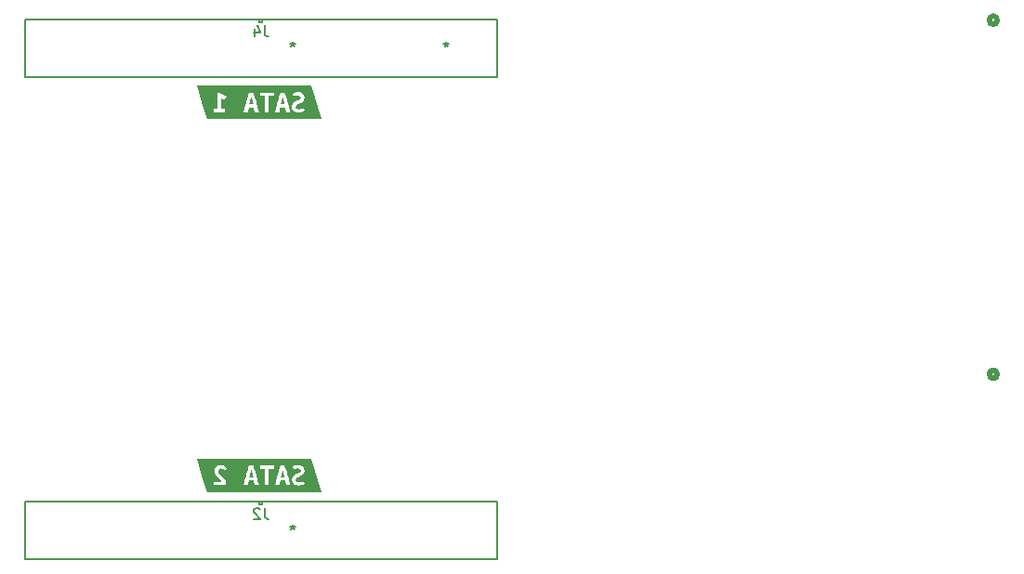
<source format=gbr>
%TF.GenerationSoftware,KiCad,Pcbnew,9.0.7*%
%TF.CreationDate,2026-02-22T17:51:24-06:00*%
%TF.ProjectId,sata-backplane,73617461-2d62-4616-936b-706c616e652e,rev?*%
%TF.SameCoordinates,Original*%
%TF.FileFunction,Legend,Bot*%
%TF.FilePolarity,Positive*%
%FSLAX46Y46*%
G04 Gerber Fmt 4.6, Leading zero omitted, Abs format (unit mm)*
G04 Created by KiCad (PCBNEW 9.0.7) date 2026-02-22 17:51:24*
%MOMM*%
%LPD*%
G01*
G04 APERTURE LIST*
%ADD10C,0.150000*%
%ADD11C,0.508000*%
%ADD12C,0.152400*%
%ADD13C,0.000000*%
G04 APERTURE END LIST*
D10*
X56758333Y-79554819D02*
X56758333Y-80269104D01*
X56758333Y-80269104D02*
X56805952Y-80411961D01*
X56805952Y-80411961D02*
X56901190Y-80507200D01*
X56901190Y-80507200D02*
X57044047Y-80554819D01*
X57044047Y-80554819D02*
X57139285Y-80554819D01*
X56329761Y-79650057D02*
X56282142Y-79602438D01*
X56282142Y-79602438D02*
X56186904Y-79554819D01*
X56186904Y-79554819D02*
X55948809Y-79554819D01*
X55948809Y-79554819D02*
X55853571Y-79602438D01*
X55853571Y-79602438D02*
X55805952Y-79650057D01*
X55805952Y-79650057D02*
X55758333Y-79745295D01*
X55758333Y-79745295D02*
X55758333Y-79840533D01*
X55758333Y-79840533D02*
X55805952Y-79983390D01*
X55805952Y-79983390D02*
X56377380Y-80554819D01*
X56377380Y-80554819D02*
X55758333Y-80554819D01*
X59299999Y-81054819D02*
X59299999Y-81292914D01*
X59538094Y-81197676D02*
X59299999Y-81292914D01*
X59299999Y-81292914D02*
X59061904Y-81197676D01*
X59442856Y-81483390D02*
X59299999Y-81292914D01*
X59299999Y-81292914D02*
X59157142Y-81483390D01*
X56758333Y-35554819D02*
X56758333Y-36269104D01*
X56758333Y-36269104D02*
X56805952Y-36411961D01*
X56805952Y-36411961D02*
X56901190Y-36507200D01*
X56901190Y-36507200D02*
X57044047Y-36554819D01*
X57044047Y-36554819D02*
X57139285Y-36554819D01*
X55853571Y-35888152D02*
X55853571Y-36554819D01*
X56091666Y-35507200D02*
X56329761Y-36221485D01*
X56329761Y-36221485D02*
X55710714Y-36221485D01*
X59299999Y-37054819D02*
X59299999Y-37292914D01*
X59538094Y-37197676D02*
X59299999Y-37292914D01*
X59299999Y-37292914D02*
X59061904Y-37197676D01*
X59442856Y-37483390D02*
X59299999Y-37292914D01*
X59299999Y-37292914D02*
X59157142Y-37483390D01*
X73299999Y-37054819D02*
X73299999Y-37292914D01*
X73538094Y-37197676D02*
X73299999Y-37292914D01*
X73299999Y-37292914D02*
X73061904Y-37197676D01*
X73442856Y-37483390D02*
X73299999Y-37292914D01*
X73299999Y-37292914D02*
X73157142Y-37483390D01*
D11*
%TO.C,J1*%
X123521086Y-67350000D02*
G75*
G02*
X122759086Y-67350000I-381000J0D01*
G01*
X122759086Y-67350000D02*
G75*
G02*
X123521086Y-67350000I381000J0D01*
G01*
%TO.C,J3*%
X123521086Y-35070000D02*
G75*
G02*
X122759086Y-35070000I-381000J0D01*
G01*
X122759086Y-35070000D02*
G75*
G02*
X123521086Y-35070000I381000J0D01*
G01*
D12*
%TO.C,J2*%
X77913400Y-78971100D02*
X77913400Y-84228900D01*
X77913400Y-84228900D02*
X34936600Y-84228900D01*
X56552000Y-78971100D02*
X56552000Y-79225100D01*
X56552000Y-79225100D02*
X56298000Y-79225100D01*
X56298000Y-78971100D02*
X56552000Y-78971100D01*
X56298000Y-79225100D02*
X56298000Y-78971100D01*
X34936600Y-78971100D02*
X77913400Y-78971100D01*
X34936600Y-84228900D02*
X34936600Y-78971100D01*
%TO.C,J4*%
X77913400Y-34971100D02*
X77913400Y-40228900D01*
X77913400Y-40228900D02*
X34936600Y-40228900D01*
X56552000Y-34971100D02*
X56552000Y-35225100D01*
X56552000Y-35225100D02*
X56298000Y-35225100D01*
X56298000Y-34971100D02*
X56552000Y-34971100D01*
X56298000Y-35225100D02*
X56298000Y-34971100D01*
X34936600Y-34971100D02*
X77913400Y-34971100D01*
X34936600Y-40228900D02*
X34936600Y-34971100D01*
D13*
%TO.C,kibuzzard-63B1B17B*%
G36*
X61931091Y-78068285D02*
G01*
X61020120Y-78068285D01*
X60424807Y-78068285D01*
X59876167Y-78068285D01*
X58084515Y-78068285D01*
X56790067Y-78068285D01*
X55227015Y-78068285D01*
X52075192Y-78068285D01*
X51479880Y-78068285D01*
X51202702Y-77144360D01*
X52075192Y-77144360D01*
X52075192Y-77435825D01*
X53229622Y-77435825D01*
X54849825Y-77435825D01*
X55227015Y-77435825D01*
X55309882Y-77027202D01*
X55781370Y-77027202D01*
X55861380Y-77435825D01*
X56227140Y-77435825D01*
X56176734Y-77230371D01*
X56126099Y-77032346D01*
X56075235Y-76841751D01*
X56024143Y-76658585D01*
X55972822Y-76482849D01*
X55909065Y-76270590D01*
X55846378Y-76063868D01*
X55814107Y-75958497D01*
X56324295Y-75958497D01*
X56790067Y-75958497D01*
X56790067Y-77435825D01*
X57144397Y-77435825D01*
X57707325Y-77435825D01*
X58084515Y-77435825D01*
X58167382Y-77027202D01*
X58638870Y-77027202D01*
X58718880Y-77435825D01*
X59084640Y-77435825D01*
X59034234Y-77230371D01*
X58983599Y-77032346D01*
X58962399Y-76952907D01*
X59224657Y-76952907D01*
X59265020Y-77173292D01*
X59386106Y-77337241D01*
X59512312Y-77412647D01*
X59675666Y-77457891D01*
X59876167Y-77472972D01*
X60074049Y-77461185D01*
X60227640Y-77425824D01*
X60424807Y-77338670D01*
X60321937Y-77052920D01*
X60137629Y-77138645D01*
X60018685Y-77168649D01*
X59876167Y-77178650D01*
X59729006Y-77160076D01*
X59636137Y-77108641D01*
X59588989Y-77034346D01*
X59576130Y-76950050D01*
X59607562Y-76852895D01*
X59687572Y-76777171D01*
X59796157Y-76717164D01*
X59916172Y-76667157D01*
X60081908Y-76601435D01*
X60237641Y-76507137D01*
X60353370Y-76365691D01*
X60399090Y-76155665D01*
X60358728Y-75934209D01*
X60237641Y-75767045D01*
X60116515Y-75689257D01*
X59968401Y-75642585D01*
X59793300Y-75627027D01*
X59640781Y-75636314D01*
X59508979Y-75664175D01*
X59304667Y-75747042D01*
X59407537Y-76018505D01*
X59566129Y-75949925D01*
X59767582Y-75921350D01*
X59923157Y-75943892D01*
X60016502Y-76011520D01*
X60047617Y-76124232D01*
X60019042Y-76214244D01*
X59946176Y-76282824D01*
X59846164Y-76335687D01*
X59736150Y-76378550D01*
X59563271Y-76448559D01*
X59397536Y-76551429D01*
X59273235Y-76711449D01*
X59236802Y-76819677D01*
X59224657Y-76952907D01*
X58962399Y-76952907D01*
X58932735Y-76841751D01*
X58881643Y-76658585D01*
X58830322Y-76482849D01*
X58766565Y-76270590D01*
X58703878Y-76063868D01*
X58642263Y-75862682D01*
X58581720Y-75667032D01*
X58198815Y-75667032D01*
X58136039Y-75864289D01*
X58073442Y-76067440D01*
X58011024Y-76276484D01*
X57948784Y-76491421D01*
X57899349Y-76668643D01*
X57850486Y-76851695D01*
X57802194Y-77040576D01*
X57754474Y-77235286D01*
X57707325Y-77435825D01*
X57144397Y-77435825D01*
X57144397Y-75958497D01*
X57610170Y-75958497D01*
X57610170Y-75667032D01*
X56324295Y-75667032D01*
X56324295Y-75958497D01*
X55814107Y-75958497D01*
X55784763Y-75862682D01*
X55724220Y-75667032D01*
X55341315Y-75667032D01*
X55278539Y-75864289D01*
X55215942Y-76067440D01*
X55153524Y-76276484D01*
X55091284Y-76491421D01*
X55041849Y-76668643D01*
X54992986Y-76851695D01*
X54944694Y-77040576D01*
X54896974Y-77235286D01*
X54849825Y-77435825D01*
X53229622Y-77435825D01*
X53236766Y-77364387D01*
X53235337Y-77304380D01*
X53222122Y-77167220D01*
X53182474Y-77041490D01*
X53122466Y-76926118D01*
X53048171Y-76820034D01*
X52963875Y-76722164D01*
X52873864Y-76631439D01*
X52783852Y-76546071D01*
X52699556Y-76464275D01*
X52565254Y-76309970D01*
X52512390Y-76158522D01*
X52578112Y-75991359D01*
X52743847Y-75932780D01*
X52918155Y-75972785D01*
X53098177Y-76107087D01*
X53272485Y-75861342D01*
X53149255Y-75757044D01*
X53008166Y-75684177D01*
X52858505Y-75641315D01*
X52709557Y-75627027D01*
X52500960Y-75658460D01*
X52323795Y-75752757D01*
X52200922Y-75911349D01*
X52155202Y-76132805D01*
X52189492Y-76308541D01*
X52280932Y-76472847D01*
X52409520Y-76627152D01*
X52555252Y-76770027D01*
X52640977Y-76851466D01*
X52732417Y-76948621D01*
X52805284Y-77050062D01*
X52835287Y-77144360D01*
X52075192Y-77144360D01*
X51202702Y-77144360D01*
X50568909Y-75031715D01*
X51479880Y-75031715D01*
X52075192Y-75031715D01*
X60424807Y-75031715D01*
X61020120Y-75031715D01*
X61931091Y-78068285D01*
G37*
G36*
X58451704Y-76199956D02*
G01*
X58497424Y-76377121D01*
X58537429Y-76552857D01*
X58573147Y-76735737D01*
X58227390Y-76735737D01*
X58261680Y-76552857D01*
X58300256Y-76377121D01*
X58345976Y-76199956D01*
X58398840Y-76009932D01*
X58451704Y-76199956D01*
G37*
G36*
X55594204Y-76199956D02*
G01*
X55639924Y-76377121D01*
X55679929Y-76552857D01*
X55715647Y-76735737D01*
X55369890Y-76735737D01*
X55404180Y-76552857D01*
X55442756Y-76377121D01*
X55488476Y-76199956D01*
X55541340Y-76009932D01*
X55594204Y-76199956D01*
G37*
%TO.C,kibuzzard-63B1B175*%
G36*
X61926805Y-44068285D02*
G01*
X61015834Y-44068285D01*
X60420521Y-44068285D01*
X59871881Y-44068285D01*
X58080229Y-44068285D01*
X56785781Y-44068285D01*
X55222729Y-44068285D01*
X52079479Y-44068285D01*
X51484166Y-44068285D01*
X51206988Y-43144360D01*
X52079479Y-43144360D01*
X52079479Y-43435825D01*
X53153899Y-43435825D01*
X54845539Y-43435825D01*
X55222729Y-43435825D01*
X55305596Y-43027202D01*
X55777084Y-43027202D01*
X55857094Y-43435825D01*
X56222854Y-43435825D01*
X56172447Y-43230371D01*
X56121813Y-43032346D01*
X56070949Y-42841751D01*
X56019857Y-42658585D01*
X55968536Y-42482849D01*
X55904778Y-42270590D01*
X55842092Y-42063868D01*
X55809821Y-41958497D01*
X56320009Y-41958497D01*
X56785781Y-41958497D01*
X56785781Y-43435825D01*
X57140111Y-43435825D01*
X57703039Y-43435825D01*
X58080229Y-43435825D01*
X58163096Y-43027202D01*
X58634584Y-43027202D01*
X58714594Y-43435825D01*
X59080354Y-43435825D01*
X59029947Y-43230371D01*
X58979313Y-43032346D01*
X58958113Y-42952907D01*
X59220371Y-42952907D01*
X59260733Y-43173292D01*
X59381820Y-43337241D01*
X59508026Y-43412647D01*
X59671380Y-43457891D01*
X59871881Y-43472972D01*
X60069763Y-43461185D01*
X60223354Y-43425824D01*
X60420521Y-43338670D01*
X60317651Y-43052920D01*
X60133343Y-43138645D01*
X60014399Y-43168649D01*
X59871881Y-43178650D01*
X59724720Y-43160076D01*
X59631851Y-43108641D01*
X59584703Y-43034346D01*
X59571844Y-42950050D01*
X59603276Y-42852895D01*
X59683286Y-42777171D01*
X59791871Y-42717164D01*
X59911886Y-42667157D01*
X60077621Y-42601435D01*
X60233355Y-42507137D01*
X60349084Y-42365691D01*
X60394804Y-42155665D01*
X60354442Y-41934209D01*
X60233355Y-41767045D01*
X60112229Y-41689257D01*
X59964115Y-41642585D01*
X59789014Y-41627027D01*
X59636495Y-41636314D01*
X59504693Y-41664175D01*
X59300381Y-41747042D01*
X59403251Y-42018505D01*
X59561843Y-41949925D01*
X59763296Y-41921350D01*
X59918871Y-41943892D01*
X60012216Y-42011520D01*
X60043331Y-42124232D01*
X60014756Y-42214244D01*
X59941890Y-42282824D01*
X59841878Y-42335687D01*
X59731864Y-42378550D01*
X59558985Y-42448559D01*
X59393250Y-42551429D01*
X59268949Y-42711449D01*
X59232516Y-42819677D01*
X59220371Y-42952907D01*
X58958113Y-42952907D01*
X58928449Y-42841751D01*
X58877357Y-42658585D01*
X58826036Y-42482849D01*
X58762278Y-42270590D01*
X58699592Y-42063868D01*
X58637977Y-41862682D01*
X58577434Y-41667032D01*
X58194529Y-41667032D01*
X58131753Y-41864289D01*
X58069156Y-42067440D01*
X58006737Y-42276484D01*
X57944498Y-42491421D01*
X57895063Y-42668643D01*
X57846199Y-42851695D01*
X57797908Y-43040576D01*
X57750188Y-43235286D01*
X57703039Y-43435825D01*
X57140111Y-43435825D01*
X57140111Y-41958497D01*
X57605884Y-41958497D01*
X57605884Y-41667032D01*
X56320009Y-41667032D01*
X56320009Y-41958497D01*
X55809821Y-41958497D01*
X55780477Y-41862682D01*
X55719934Y-41667032D01*
X55337029Y-41667032D01*
X55274253Y-41864289D01*
X55211656Y-42067440D01*
X55149237Y-42276484D01*
X55086997Y-42491421D01*
X55037563Y-42668643D01*
X54988699Y-42851695D01*
X54940408Y-43040576D01*
X54892687Y-43235286D01*
X54845539Y-43435825D01*
X53153899Y-43435825D01*
X53153899Y-43144360D01*
X52782424Y-43144360D01*
X52782424Y-42155665D01*
X52965304Y-42257106D01*
X53139611Y-42327115D01*
X53253911Y-42035650D01*
X53105321Y-41969927D01*
X52945301Y-41881345D01*
X52793854Y-41778475D01*
X52670981Y-41667032D01*
X52430951Y-41667032D01*
X52430951Y-43144360D01*
X52079479Y-43144360D01*
X51206988Y-43144360D01*
X50573195Y-41031715D01*
X51484166Y-41031715D01*
X52079479Y-41031715D01*
X60420521Y-41031715D01*
X61015834Y-41031715D01*
X61926805Y-44068285D01*
G37*
G36*
X58447418Y-42199956D02*
G01*
X58493138Y-42377121D01*
X58533143Y-42552857D01*
X58568861Y-42735737D01*
X58223104Y-42735737D01*
X58257394Y-42552857D01*
X58295970Y-42377121D01*
X58341690Y-42199956D01*
X58394554Y-42009932D01*
X58447418Y-42199956D01*
G37*
G36*
X55589918Y-42199956D02*
G01*
X55635638Y-42377121D01*
X55675643Y-42552857D01*
X55711361Y-42735737D01*
X55365604Y-42735737D01*
X55399894Y-42552857D01*
X55438470Y-42377121D01*
X55484190Y-42199956D01*
X55537054Y-42009932D01*
X55589918Y-42199956D01*
G37*
%TD*%
M02*

</source>
